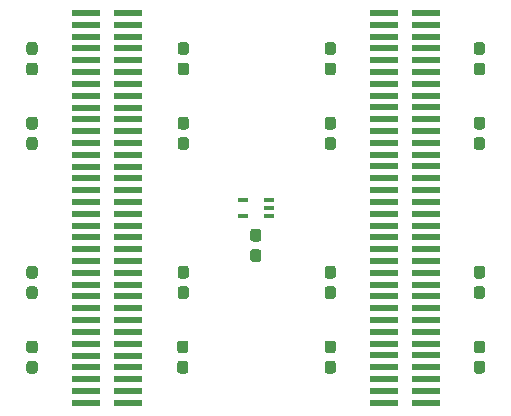
<source format=gbr>
%TF.GenerationSoftware,KiCad,Pcbnew,(5.1.9-0-10_14)*%
%TF.CreationDate,2021-05-13T13:43:04-04:00*%
%TF.ProjectId,SiPM_Board_RevC,5369504d-5f42-46f6-9172-645f52657643,rev?*%
%TF.SameCoordinates,Original*%
%TF.FileFunction,Soldermask,Bot*%
%TF.FilePolarity,Negative*%
%FSLAX46Y46*%
G04 Gerber Fmt 4.6, Leading zero omitted, Abs format (unit mm)*
G04 Created by KiCad (PCBNEW (5.1.9-0-10_14)) date 2021-05-13 13:43:04*
%MOMM*%
%LPD*%
G01*
G04 APERTURE LIST*
%ADD10R,2.413000X0.558800*%
%ADD11R,0.900000X0.400000*%
G04 APERTURE END LIST*
D10*
%TO.C,J2*%
X164408000Y-116497300D03*
X160852000Y-116497300D03*
X160852000Y-115497302D03*
X164408000Y-115497302D03*
X160852000Y-114497304D03*
X164408000Y-114497304D03*
X160852000Y-113497306D03*
X164408000Y-113497306D03*
X160852000Y-112497308D03*
X164408000Y-112497308D03*
X160852000Y-111497310D03*
X164408000Y-111497310D03*
X160852000Y-110497312D03*
X164408000Y-110497312D03*
X160852000Y-109497314D03*
X164408000Y-109497314D03*
X160852000Y-108497316D03*
X164408000Y-108497316D03*
X160852000Y-107497318D03*
X164408000Y-107497318D03*
X160852000Y-106497320D03*
X164408000Y-106497320D03*
X160852000Y-105497322D03*
X164408000Y-105497322D03*
X160852000Y-104497324D03*
X164408000Y-104497324D03*
X160852000Y-103497326D03*
X164408000Y-103497326D03*
X160852000Y-102497328D03*
X164408000Y-102497328D03*
X160852000Y-101497330D03*
X164408000Y-101497330D03*
X160852000Y-100497332D03*
X164408000Y-100497332D03*
X160852000Y-99497334D03*
X164408000Y-99497334D03*
X160852000Y-98497336D03*
X164408000Y-98497336D03*
X160852000Y-97497338D03*
X164408000Y-97497338D03*
X160852000Y-96497340D03*
X164408000Y-96497340D03*
X160852000Y-95497342D03*
X164408000Y-95497342D03*
X160852000Y-94497344D03*
X164408000Y-94497344D03*
X160852000Y-93497346D03*
X164408000Y-93497346D03*
X160852000Y-92497348D03*
X164408000Y-92497348D03*
X160852000Y-91497350D03*
X164408000Y-91497350D03*
X160852000Y-90497352D03*
X164408000Y-90497352D03*
X160852000Y-89497354D03*
X164408000Y-89497354D03*
X160852000Y-88497356D03*
X164408000Y-88497356D03*
X160852000Y-87497358D03*
X164408000Y-87497358D03*
X160852000Y-86497360D03*
X164408000Y-86497360D03*
X160852000Y-85497362D03*
X164408000Y-85497362D03*
X160852000Y-84497364D03*
X164408000Y-84497364D03*
X160852000Y-83497366D03*
X164408000Y-83497366D03*
%TD*%
%TO.C,C16*%
G36*
G01*
X168702500Y-85970000D02*
X169177500Y-85970000D01*
G75*
G02*
X169415000Y-86207500I0J-237500D01*
G01*
X169415000Y-86807500D01*
G75*
G02*
X169177500Y-87045000I-237500J0D01*
G01*
X168702500Y-87045000D01*
G75*
G02*
X168465000Y-86807500I0J237500D01*
G01*
X168465000Y-86207500D01*
G75*
G02*
X168702500Y-85970000I237500J0D01*
G01*
G37*
G36*
G01*
X168702500Y-87695000D02*
X169177500Y-87695000D01*
G75*
G02*
X169415000Y-87932500I0J-237500D01*
G01*
X169415000Y-88532500D01*
G75*
G02*
X169177500Y-88770000I-237500J0D01*
G01*
X168702500Y-88770000D01*
G75*
G02*
X168465000Y-88532500I0J237500D01*
G01*
X168465000Y-87932500D01*
G75*
G02*
X168702500Y-87695000I237500J0D01*
G01*
G37*
%TD*%
D11*
%TO.C,U1*%
X148900000Y-100650000D03*
X151100000Y-100000000D03*
X148900180Y-99344680D03*
X151100000Y-100650000D03*
X151100000Y-99350000D03*
%TD*%
D10*
%TO.C,J1*%
X135592000Y-83502700D03*
X139148000Y-83502700D03*
X139148000Y-84502698D03*
X135592000Y-84502698D03*
X139148000Y-85502696D03*
X135592000Y-85502696D03*
X139148000Y-86502694D03*
X135592000Y-86502694D03*
X139148000Y-87502692D03*
X135592000Y-87502692D03*
X139148000Y-88502690D03*
X135592000Y-88502690D03*
X139148000Y-89502688D03*
X135592000Y-89502688D03*
X139148000Y-90502686D03*
X135592000Y-90502686D03*
X139148000Y-91502684D03*
X135592000Y-91502684D03*
X139148000Y-92502682D03*
X135592000Y-92502682D03*
X139148000Y-93502680D03*
X135592000Y-93502680D03*
X139148000Y-94502678D03*
X135592000Y-94502678D03*
X139148000Y-95502676D03*
X135592000Y-95502676D03*
X139148000Y-96502674D03*
X135592000Y-96502674D03*
X139148000Y-97502672D03*
X135592000Y-97502672D03*
X139148000Y-98502670D03*
X135592000Y-98502670D03*
X139148000Y-99502668D03*
X135592000Y-99502668D03*
X139148000Y-100502666D03*
X135592000Y-100502666D03*
X139148000Y-101502664D03*
X135592000Y-101502664D03*
X139148000Y-102502662D03*
X135592000Y-102502662D03*
X139148000Y-103502660D03*
X135592000Y-103502660D03*
X139148000Y-104502658D03*
X135592000Y-104502658D03*
X139148000Y-105502656D03*
X135592000Y-105502656D03*
X139148000Y-106502654D03*
X135592000Y-106502654D03*
X139148000Y-107502652D03*
X135592000Y-107502652D03*
X139148000Y-108502650D03*
X135592000Y-108502650D03*
X139148000Y-109502648D03*
X135592000Y-109502648D03*
X139148000Y-110502646D03*
X135592000Y-110502646D03*
X139148000Y-111502644D03*
X135592000Y-111502644D03*
X139148000Y-112502642D03*
X135592000Y-112502642D03*
X139148000Y-113502640D03*
X135592000Y-113502640D03*
X139148000Y-114502638D03*
X135592000Y-114502638D03*
X139148000Y-115502636D03*
X135592000Y-115502636D03*
X139148000Y-116502634D03*
X135592000Y-116502634D03*
%TD*%
%TO.C,C15*%
G36*
G01*
X156072500Y-111230000D02*
X156547500Y-111230000D01*
G75*
G02*
X156785000Y-111467500I0J-237500D01*
G01*
X156785000Y-112067500D01*
G75*
G02*
X156547500Y-112305000I-237500J0D01*
G01*
X156072500Y-112305000D01*
G75*
G02*
X155835000Y-112067500I0J237500D01*
G01*
X155835000Y-111467500D01*
G75*
G02*
X156072500Y-111230000I237500J0D01*
G01*
G37*
G36*
G01*
X156072500Y-112955000D02*
X156547500Y-112955000D01*
G75*
G02*
X156785000Y-113192500I0J-237500D01*
G01*
X156785000Y-113792500D01*
G75*
G02*
X156547500Y-114030000I-237500J0D01*
G01*
X156072500Y-114030000D01*
G75*
G02*
X155835000Y-113792500I0J237500D01*
G01*
X155835000Y-113192500D01*
G75*
G02*
X156072500Y-112955000I237500J0D01*
G01*
G37*
%TD*%
%TO.C,C9*%
G36*
G01*
X149762500Y-103505000D02*
X150237500Y-103505000D01*
G75*
G02*
X150475000Y-103742500I0J-237500D01*
G01*
X150475000Y-104342500D01*
G75*
G02*
X150237500Y-104580000I-237500J0D01*
G01*
X149762500Y-104580000D01*
G75*
G02*
X149525000Y-104342500I0J237500D01*
G01*
X149525000Y-103742500D01*
G75*
G02*
X149762500Y-103505000I237500J0D01*
G01*
G37*
G36*
G01*
X149762500Y-101780000D02*
X150237500Y-101780000D01*
G75*
G02*
X150475000Y-102017500I0J-237500D01*
G01*
X150475000Y-102617500D01*
G75*
G02*
X150237500Y-102855000I-237500J0D01*
G01*
X149762500Y-102855000D01*
G75*
G02*
X149525000Y-102617500I0J237500D01*
G01*
X149525000Y-102017500D01*
G75*
G02*
X149762500Y-101780000I237500J0D01*
G01*
G37*
%TD*%
%TO.C,C5*%
G36*
G01*
X130822500Y-87695000D02*
X131297500Y-87695000D01*
G75*
G02*
X131535000Y-87932500I0J-237500D01*
G01*
X131535000Y-88532500D01*
G75*
G02*
X131297500Y-88770000I-237500J0D01*
G01*
X130822500Y-88770000D01*
G75*
G02*
X130585000Y-88532500I0J237500D01*
G01*
X130585000Y-87932500D01*
G75*
G02*
X130822500Y-87695000I237500J0D01*
G01*
G37*
G36*
G01*
X130822500Y-85970000D02*
X131297500Y-85970000D01*
G75*
G02*
X131535000Y-86207500I0J-237500D01*
G01*
X131535000Y-86807500D01*
G75*
G02*
X131297500Y-87045000I-237500J0D01*
G01*
X130822500Y-87045000D01*
G75*
G02*
X130585000Y-86807500I0J237500D01*
G01*
X130585000Y-86207500D01*
G75*
G02*
X130822500Y-85970000I237500J0D01*
G01*
G37*
%TD*%
%TO.C,C7*%
G36*
G01*
X143632500Y-85970000D02*
X144107500Y-85970000D01*
G75*
G02*
X144345000Y-86207500I0J-237500D01*
G01*
X144345000Y-86807500D01*
G75*
G02*
X144107500Y-87045000I-237500J0D01*
G01*
X143632500Y-87045000D01*
G75*
G02*
X143395000Y-86807500I0J237500D01*
G01*
X143395000Y-86207500D01*
G75*
G02*
X143632500Y-85970000I237500J0D01*
G01*
G37*
G36*
G01*
X143632500Y-87695000D02*
X144107500Y-87695000D01*
G75*
G02*
X144345000Y-87932500I0J-237500D01*
G01*
X144345000Y-88532500D01*
G75*
G02*
X144107500Y-88770000I-237500J0D01*
G01*
X143632500Y-88770000D01*
G75*
G02*
X143395000Y-88532500I0J237500D01*
G01*
X143395000Y-87932500D01*
G75*
G02*
X143632500Y-87695000I237500J0D01*
G01*
G37*
%TD*%
%TO.C,C6*%
G36*
G01*
X130822500Y-112955000D02*
X131297500Y-112955000D01*
G75*
G02*
X131535000Y-113192500I0J-237500D01*
G01*
X131535000Y-113792500D01*
G75*
G02*
X131297500Y-114030000I-237500J0D01*
G01*
X130822500Y-114030000D01*
G75*
G02*
X130585000Y-113792500I0J237500D01*
G01*
X130585000Y-113192500D01*
G75*
G02*
X130822500Y-112955000I237500J0D01*
G01*
G37*
G36*
G01*
X130822500Y-111230000D02*
X131297500Y-111230000D01*
G75*
G02*
X131535000Y-111467500I0J-237500D01*
G01*
X131535000Y-112067500D01*
G75*
G02*
X131297500Y-112305000I-237500J0D01*
G01*
X130822500Y-112305000D01*
G75*
G02*
X130585000Y-112067500I0J237500D01*
G01*
X130585000Y-111467500D01*
G75*
G02*
X130822500Y-111230000I237500J0D01*
G01*
G37*
%TD*%
%TO.C,C8*%
G36*
G01*
X143582500Y-111230000D02*
X144057500Y-111230000D01*
G75*
G02*
X144295000Y-111467500I0J-237500D01*
G01*
X144295000Y-112067500D01*
G75*
G02*
X144057500Y-112305000I-237500J0D01*
G01*
X143582500Y-112305000D01*
G75*
G02*
X143345000Y-112067500I0J237500D01*
G01*
X143345000Y-111467500D01*
G75*
G02*
X143582500Y-111230000I237500J0D01*
G01*
G37*
G36*
G01*
X143582500Y-112955000D02*
X144057500Y-112955000D01*
G75*
G02*
X144295000Y-113192500I0J-237500D01*
G01*
X144295000Y-113792500D01*
G75*
G02*
X144057500Y-114030000I-237500J0D01*
G01*
X143582500Y-114030000D01*
G75*
G02*
X143345000Y-113792500I0J237500D01*
G01*
X143345000Y-113192500D01*
G75*
G02*
X143582500Y-112955000I237500J0D01*
G01*
G37*
%TD*%
%TO.C,C14*%
G36*
G01*
X156072500Y-87695000D02*
X156547500Y-87695000D01*
G75*
G02*
X156785000Y-87932500I0J-237500D01*
G01*
X156785000Y-88532500D01*
G75*
G02*
X156547500Y-88770000I-237500J0D01*
G01*
X156072500Y-88770000D01*
G75*
G02*
X155835000Y-88532500I0J237500D01*
G01*
X155835000Y-87932500D01*
G75*
G02*
X156072500Y-87695000I237500J0D01*
G01*
G37*
G36*
G01*
X156072500Y-85970000D02*
X156547500Y-85970000D01*
G75*
G02*
X156785000Y-86207500I0J-237500D01*
G01*
X156785000Y-86807500D01*
G75*
G02*
X156547500Y-87045000I-237500J0D01*
G01*
X156072500Y-87045000D01*
G75*
G02*
X155835000Y-86807500I0J237500D01*
G01*
X155835000Y-86207500D01*
G75*
G02*
X156072500Y-85970000I237500J0D01*
G01*
G37*
%TD*%
%TO.C,C17*%
G36*
G01*
X168702500Y-112955000D02*
X169177500Y-112955000D01*
G75*
G02*
X169415000Y-113192500I0J-237500D01*
G01*
X169415000Y-113792500D01*
G75*
G02*
X169177500Y-114030000I-237500J0D01*
G01*
X168702500Y-114030000D01*
G75*
G02*
X168465000Y-113792500I0J237500D01*
G01*
X168465000Y-113192500D01*
G75*
G02*
X168702500Y-112955000I237500J0D01*
G01*
G37*
G36*
G01*
X168702500Y-111230000D02*
X169177500Y-111230000D01*
G75*
G02*
X169415000Y-111467500I0J-237500D01*
G01*
X169415000Y-112067500D01*
G75*
G02*
X169177500Y-112305000I-237500J0D01*
G01*
X168702500Y-112305000D01*
G75*
G02*
X168465000Y-112067500I0J237500D01*
G01*
X168465000Y-111467500D01*
G75*
G02*
X168702500Y-111230000I237500J0D01*
G01*
G37*
%TD*%
%TO.C,C1*%
G36*
G01*
X130822500Y-94015000D02*
X131297500Y-94015000D01*
G75*
G02*
X131535000Y-94252500I0J-237500D01*
G01*
X131535000Y-94852500D01*
G75*
G02*
X131297500Y-95090000I-237500J0D01*
G01*
X130822500Y-95090000D01*
G75*
G02*
X130585000Y-94852500I0J237500D01*
G01*
X130585000Y-94252500D01*
G75*
G02*
X130822500Y-94015000I237500J0D01*
G01*
G37*
G36*
G01*
X130822500Y-92290000D02*
X131297500Y-92290000D01*
G75*
G02*
X131535000Y-92527500I0J-237500D01*
G01*
X131535000Y-93127500D01*
G75*
G02*
X131297500Y-93365000I-237500J0D01*
G01*
X130822500Y-93365000D01*
G75*
G02*
X130585000Y-93127500I0J237500D01*
G01*
X130585000Y-92527500D01*
G75*
G02*
X130822500Y-92290000I237500J0D01*
G01*
G37*
%TD*%
%TO.C,C3*%
G36*
G01*
X143632500Y-92290000D02*
X144107500Y-92290000D01*
G75*
G02*
X144345000Y-92527500I0J-237500D01*
G01*
X144345000Y-93127500D01*
G75*
G02*
X144107500Y-93365000I-237500J0D01*
G01*
X143632500Y-93365000D01*
G75*
G02*
X143395000Y-93127500I0J237500D01*
G01*
X143395000Y-92527500D01*
G75*
G02*
X143632500Y-92290000I237500J0D01*
G01*
G37*
G36*
G01*
X143632500Y-94015000D02*
X144107500Y-94015000D01*
G75*
G02*
X144345000Y-94252500I0J-237500D01*
G01*
X144345000Y-94852500D01*
G75*
G02*
X144107500Y-95090000I-237500J0D01*
G01*
X143632500Y-95090000D01*
G75*
G02*
X143395000Y-94852500I0J237500D01*
G01*
X143395000Y-94252500D01*
G75*
G02*
X143632500Y-94015000I237500J0D01*
G01*
G37*
%TD*%
%TO.C,C2*%
G36*
G01*
X130822500Y-106635000D02*
X131297500Y-106635000D01*
G75*
G02*
X131535000Y-106872500I0J-237500D01*
G01*
X131535000Y-107472500D01*
G75*
G02*
X131297500Y-107710000I-237500J0D01*
G01*
X130822500Y-107710000D01*
G75*
G02*
X130585000Y-107472500I0J237500D01*
G01*
X130585000Y-106872500D01*
G75*
G02*
X130822500Y-106635000I237500J0D01*
G01*
G37*
G36*
G01*
X130822500Y-104910000D02*
X131297500Y-104910000D01*
G75*
G02*
X131535000Y-105147500I0J-237500D01*
G01*
X131535000Y-105747500D01*
G75*
G02*
X131297500Y-105985000I-237500J0D01*
G01*
X130822500Y-105985000D01*
G75*
G02*
X130585000Y-105747500I0J237500D01*
G01*
X130585000Y-105147500D01*
G75*
G02*
X130822500Y-104910000I237500J0D01*
G01*
G37*
%TD*%
%TO.C,C4*%
G36*
G01*
X143632500Y-104910000D02*
X144107500Y-104910000D01*
G75*
G02*
X144345000Y-105147500I0J-237500D01*
G01*
X144345000Y-105747500D01*
G75*
G02*
X144107500Y-105985000I-237500J0D01*
G01*
X143632500Y-105985000D01*
G75*
G02*
X143395000Y-105747500I0J237500D01*
G01*
X143395000Y-105147500D01*
G75*
G02*
X143632500Y-104910000I237500J0D01*
G01*
G37*
G36*
G01*
X143632500Y-106635000D02*
X144107500Y-106635000D01*
G75*
G02*
X144345000Y-106872500I0J-237500D01*
G01*
X144345000Y-107472500D01*
G75*
G02*
X144107500Y-107710000I-237500J0D01*
G01*
X143632500Y-107710000D01*
G75*
G02*
X143395000Y-107472500I0J237500D01*
G01*
X143395000Y-106872500D01*
G75*
G02*
X143632500Y-106635000I237500J0D01*
G01*
G37*
%TD*%
%TO.C,C10*%
G36*
G01*
X156072500Y-94015000D02*
X156547500Y-94015000D01*
G75*
G02*
X156785000Y-94252500I0J-237500D01*
G01*
X156785000Y-94852500D01*
G75*
G02*
X156547500Y-95090000I-237500J0D01*
G01*
X156072500Y-95090000D01*
G75*
G02*
X155835000Y-94852500I0J237500D01*
G01*
X155835000Y-94252500D01*
G75*
G02*
X156072500Y-94015000I237500J0D01*
G01*
G37*
G36*
G01*
X156072500Y-92290000D02*
X156547500Y-92290000D01*
G75*
G02*
X156785000Y-92527500I0J-237500D01*
G01*
X156785000Y-93127500D01*
G75*
G02*
X156547500Y-93365000I-237500J0D01*
G01*
X156072500Y-93365000D01*
G75*
G02*
X155835000Y-93127500I0J237500D01*
G01*
X155835000Y-92527500D01*
G75*
G02*
X156072500Y-92290000I237500J0D01*
G01*
G37*
%TD*%
%TO.C,C12*%
G36*
G01*
X168702500Y-92290000D02*
X169177500Y-92290000D01*
G75*
G02*
X169415000Y-92527500I0J-237500D01*
G01*
X169415000Y-93127500D01*
G75*
G02*
X169177500Y-93365000I-237500J0D01*
G01*
X168702500Y-93365000D01*
G75*
G02*
X168465000Y-93127500I0J237500D01*
G01*
X168465000Y-92527500D01*
G75*
G02*
X168702500Y-92290000I237500J0D01*
G01*
G37*
G36*
G01*
X168702500Y-94015000D02*
X169177500Y-94015000D01*
G75*
G02*
X169415000Y-94252500I0J-237500D01*
G01*
X169415000Y-94852500D01*
G75*
G02*
X169177500Y-95090000I-237500J0D01*
G01*
X168702500Y-95090000D01*
G75*
G02*
X168465000Y-94852500I0J237500D01*
G01*
X168465000Y-94252500D01*
G75*
G02*
X168702500Y-94015000I237500J0D01*
G01*
G37*
%TD*%
%TO.C,C11*%
G36*
G01*
X156072500Y-106635000D02*
X156547500Y-106635000D01*
G75*
G02*
X156785000Y-106872500I0J-237500D01*
G01*
X156785000Y-107472500D01*
G75*
G02*
X156547500Y-107710000I-237500J0D01*
G01*
X156072500Y-107710000D01*
G75*
G02*
X155835000Y-107472500I0J237500D01*
G01*
X155835000Y-106872500D01*
G75*
G02*
X156072500Y-106635000I237500J0D01*
G01*
G37*
G36*
G01*
X156072500Y-104910000D02*
X156547500Y-104910000D01*
G75*
G02*
X156785000Y-105147500I0J-237500D01*
G01*
X156785000Y-105747500D01*
G75*
G02*
X156547500Y-105985000I-237500J0D01*
G01*
X156072500Y-105985000D01*
G75*
G02*
X155835000Y-105747500I0J237500D01*
G01*
X155835000Y-105147500D01*
G75*
G02*
X156072500Y-104910000I237500J0D01*
G01*
G37*
%TD*%
%TO.C,C13*%
G36*
G01*
X168702500Y-104910000D02*
X169177500Y-104910000D01*
G75*
G02*
X169415000Y-105147500I0J-237500D01*
G01*
X169415000Y-105747500D01*
G75*
G02*
X169177500Y-105985000I-237500J0D01*
G01*
X168702500Y-105985000D01*
G75*
G02*
X168465000Y-105747500I0J237500D01*
G01*
X168465000Y-105147500D01*
G75*
G02*
X168702500Y-104910000I237500J0D01*
G01*
G37*
G36*
G01*
X168702500Y-106635000D02*
X169177500Y-106635000D01*
G75*
G02*
X169415000Y-106872500I0J-237500D01*
G01*
X169415000Y-107472500D01*
G75*
G02*
X169177500Y-107710000I-237500J0D01*
G01*
X168702500Y-107710000D01*
G75*
G02*
X168465000Y-107472500I0J237500D01*
G01*
X168465000Y-106872500D01*
G75*
G02*
X168702500Y-106635000I237500J0D01*
G01*
G37*
%TD*%
M02*

</source>
